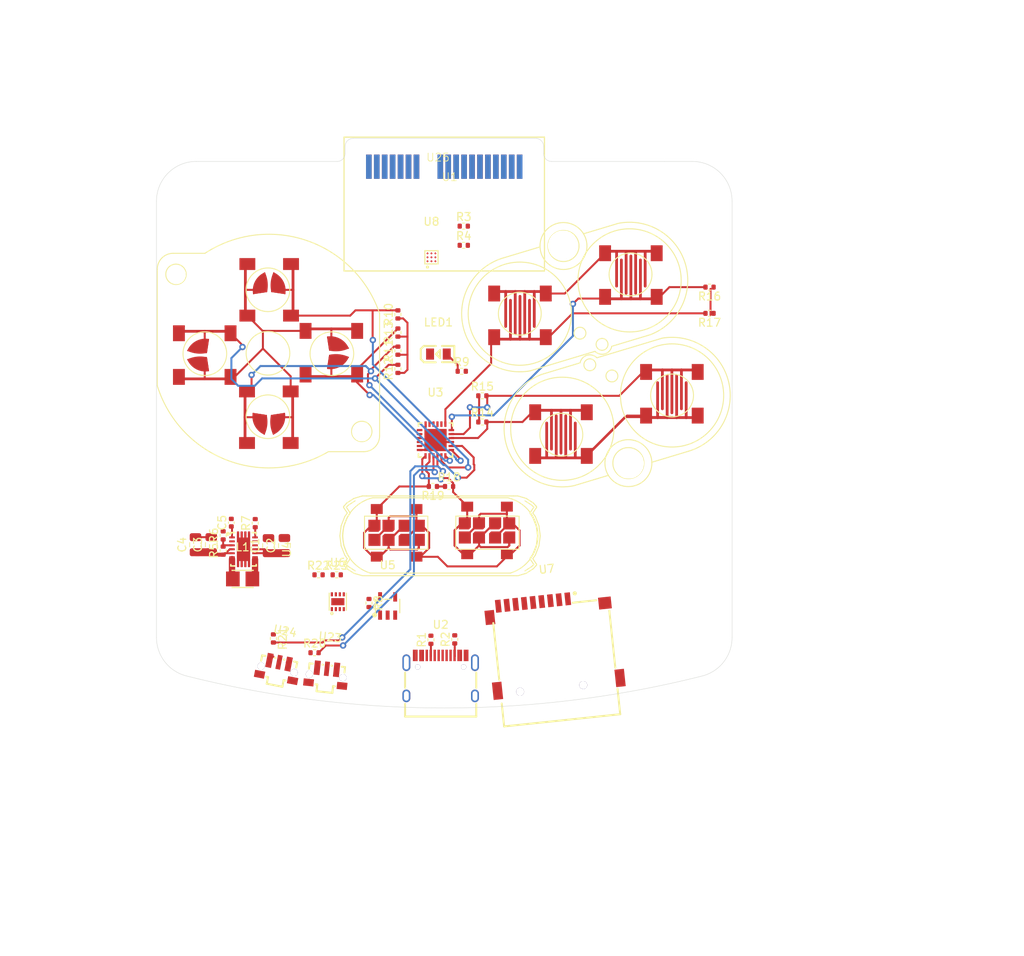
<source format=kicad_pcb>
(kicad_pcb (version 20221018) (generator pcbnew)
  (layers (0 "F.Cu" signal) (31 "B.Cu" signal) (34 "B.Paste" user) (35 "F.Paste" user) (36 "B.SilkS" user "B.Silkscreen") (37 "F.SilkS" user "F.Silkscreen") (38 "B.Mask" user) (39 "F.Mask" user) (44 "Edge.Cuts" user))
  (net 0 "")
  (net 1 "vina")
  (net 2 "box-gnd")
  (net 3 "out")
  (net 4 "box-vcc-1")
  (net 5 "box-vcc-2")
  (net 6 "pg")
  (net 7 "l2")
  (net 8 "l1")
  (net 9 "p1_0")
  (net 10 "p1_1")
  (net 11 "p1_2")
  (net 12 "p1_3")
  (net 13 "p0_0")
  (net 14 "p0_1")
  (net 15 "p0_2")
  (net 16 "p0_3")
  (net 17 "p0_4")
  (net 18 "p0_5")
  (net 19 "p0_6")
  (net 20 "p0_7")
  (net 21 "p1_4")
  (net 22 "p1_5")
  (net 23 "p1_6")
  (net 24 "p1_7")
  (net 25 "ad0")
  (net 26 "scl")
  (net 27 "sda")
  (net 28 "box-vcc")
  (net 29 "intn")
  (net 30 "rstn")
  (net 31 "ad1")
  (net 32 "box-vcc-3")
  (net 33 "sbu2")
  (net 34 "cc1")
  (net 35 "dm")
  (net 36 "dp")
  (net 37 "sbu1")
  (net 38 "cc2")
  (net 39 "box.vol_up.btn.btn-_4")
  (net 40 "box.vol_down.btn.btn-_4")
  (net 41 "box.mcp73831-gnd")
  (net 42 "prog")
  (net 43 "dat2")
  (net 44 "cs")
  (net 45 "mosi")
  (net 46 "sck")
  (net 47 "miso")
  (net 48 "dat1")
  (net 49 "net")
  (net 50 "box.uSD.card-ep")
  (net 51 "cathode")
  (net 52 "battery_measurement")
  (net 53 "ctg")
  (net 54 "qstrt")
  (net 55 "box.max17048-ep")
  (net 56 "io9")
  (net 57 "io42")
  (net 58 "io39")
  (net 59 "io38")
  (net 60 "io43")
  (net 61 "io44")
  (net 62 "io21")
  (footprint "lib:GAMEBOY_COLOR_DPAD_MEMBRANE" (layer "F.Cu") (at 113.253651 82.092871)
    (fp_text reference "U9" hide)
    (fp_text value "" hide)
  )
  (footprint "lib:GBC_A_B_BUTTON" (layer "F.Cu") (at 145.000695 77.408068 180)
    (fp_text reference "U19" hide)
    (fp_text value "" hide)
  )
  (footprint "lib:R0402" (layer "F.Cu") (at 125.984 113.663 -90)
    (fp_text reference "R8")
    (fp_text value "62.5mW Thick Film Resistors 50V ±100ppm/℃ ±1% 2kΩ 0402  Chip Resistor - Surface Mount ROHS")
  )
  (footprint "lib:R0402" (layer "F.Cu") (at 129.624 77.292 90)
    (fp_text reference "R10")
    (fp_text value "62.5mW Thick Film Resistors 50V ±100ppm/℃ ±1% 10kΩ 0402  Chip Resistor - Surface Mount ROHS")
  )
  (footprint "lib:R0402" (layer "F.Cu") (at 168.876695 73.852068 180)
    (fp_text reference "R16")
    (fp_text value "62.5mW Thick Film Resistors 50V ±100ppm/℃ ±1% 10kΩ 0402  Chip Resistor - Surface Mount ROHS")
  )
  (footprint "lib:R0402" (layer "F.Cu") (at 140.26 87.547)
    (fp_text reference "R15")
    (fp_text value "62.5mW Thick Film Resistors 50V ±100ppm/℃ ±1% 10kΩ 0402  Chip Resistor - Surface Mount ROHS")
  )
  (footprint "lib:SOT-23-5_L3.0-W1.7-P0.95-LS2.8-BL" (layer "F.Cu") (at 128.331 114.039)
    (fp_text reference "U5")
    (fp_text value "")
  )
  (footprint "lib:C0805" (layer "F.Cu") (at 104.128839 106.316379 90)
    (fp_text reference "C4")
    (fp_text value "25V 10uF X5R ±10% 0805  Multilayer Ceramic Capacitors MLCC - SMD/SMT ROHS")
  )
  (footprint "lib:GBC_A_B_BUTTON" (layer "F.Cu") (at 164.136 87.293)
    (fp_text reference "U16" hide)
    (fp_text value "" hide)
  )
  (footprint "lib:BOX_3_EMU" (layer "F.Cu") (at 134.672901 58.01209)
    (fp_text reference "U25")
    (fp_text value "")
    (fp_line (start -30.457813 0) (end -12.7 0) (stroke (width 0.05)) (layer "Edge.Cuts"))
    (fp_line (start -11.699432 -0.999959) (end -11.699432 -1.9) (stroke (width 0.05)) (layer "Edge.Cuts"))
    (fp_line (start 12.42304 -2.9) (end -10.699432 -2.9) (stroke (width 0.05)) (layer "Edge.Cuts"))
    (fp_line (start 13.300568 -1.00525) (end 13.300568 -1.9022) (stroke (width 0.05)) (layer "Edge.Cuts"))
    (fp_line (start 14.300516 0) (end 28.505948 0) (stroke (width 0.05)) (layer "Edge.Cuts"))
    (fp_line (start 32.04209 0.00015) (end 28.5061 0.00015) (stroke (width 0.05)) (layer "Edge.Cuts"))
    (fp_arc (start -35.457901 4.99991) (mid -33.99347 1.464354) (end -30.457932 -0.000118) (stroke (width 0.05)) (layer "Edge.Cuts"))
    (fp_arc (start -11.699433 -1.899999) (mid -11.406519 -2.607084) (end -10.699432 -2.9) (stroke (width 0.05)) (layer "Edge.Cuts"))
    (fp_arc (start -11.699432 -0.999959) (mid -11.992521 -0.292658) (end -12.7 0) (stroke (width 0.05)) (layer "Edge.Cuts"))
    (fp_arc (start 12.423039 -2.899999) (mid 13.051515 -2.567934) (end 13.300568 -1.9022) (stroke (width 0.05)) (layer "Edge.Cuts"))
    (fp_arc (start 14.300516 0) (mid 13.59161 -0.294782) (end 13.300568 -1.00525) (stroke (width 0.05)) (layer "Edge.Cuts"))
    (fp_arc (start 32.04209 0.000149) (mid 35.577646 1.464606) (end 37.0421 5.000141) (stroke (width 0.05)) (layer "Edge.Cuts"))
  )
  (footprint "lib:BOX_EMU_BASE" (layer "F.Cu") (at 136.155 60.475)
    (fp_text reference "U1")
    (fp_text value "")
    (fp_line (start -36.94 2.539769) (end -36.94 57.529759) (stroke (width 0.05)) (layer "Edge.Cuts"))
    (fp_line (start 35.56 57.537278) (end 35.56 2.54) (stroke (width 0.05)) (layer "Edge.Cuts"))
    (fp_arc (start -33.163661 62.377719) (mid -35.884512 60.602359) (end -36.94 57.529759) (stroke (width 0.05)) (layer "Edge.Cuts"))
    (fp_arc (start 31.856609 62.368841) (mid -0.652974 66.414981) (end -33.16366 62.377719) (stroke (width 0.05)) (layer "Edge.Cuts"))
    (fp_arc (start 35.56 57.537278) (mid 34.528359 60.58163) (end 31.856609 62.368841) (stroke (width 0.05)) (layer "Edge.Cuts"))
  )
  (footprint "lib:GBC_A_B_BUTTON" (layer "F.Cu") (at 158.970695 72.328068 180)
    (fp_text reference "U18" hide)
    (fp_text value "" hide)
  )
  (footprint "lib:C0805" (layer "F.Cu") (at 115.327903 106.421277 90)
    (fp_text reference "C2")
    (fp_text value "25V 10uF X5R ±10% 0805  Multilayer Ceramic Capacitors MLCC - SMD/SMT ROHS")
  )
  (footprint "lib:R0402" (layer "F.Cu") (at 136.068 98.974)
    (fp_text reference "R18")
    (fp_text value "62.5mW Thick Film Resistors 50V ±100ppm/℃ ±1% 10kΩ 0402  Chip Resistor - Surface Mount ROHS")
  )
  (footprint "lib:R0402" (layer "F.Cu") (at 136.783795 118.24603 90)
    (fp_text reference "R2")
    (fp_text value "62.5mW Thick Film Resistors 50V ±100ppm/℃ ±1% 4.7kΩ 0402  Chip Resistor - Surface Mount ROHS")
  )
  (footprint "lib:R0402" (layer "F.Cu") (at 107.614857 107.059 90)
    (fp_text reference "R5")
    (fp_text value "62.5mW Thick Film Resistors 50V ±100ppm/℃ ±1% 243kΩ 0402  Chip Resistor - Surface Mount ROHS")
  )
  (footprint "lib:R0402" (layer "F.Cu") (at 107.614857 105.139847 90)
    (fp_text reference "R6")
    (fp_text value "62.5mW Thick Film Resistors 50V ±100ppm/℃ ±0.5% 27.4kΩ 0402  Chip Resistor - Surface Mount ROHS")
  )
  (footprint "lib:CONN_5-1734857-1_TEC" (layer "F.Cu") (at 135.462 58.67789 180)
    (fp_text reference "U26")
    (fp_text value "")
  )
  (footprint "lib:DSBGA-9_L1.5-W1.5-R3-C3-P0.50-BL" (layer "F.Cu") (at 133.85 70.096)
    (fp_text reference "U8")
    (fp_text value "")
  )
  (footprint "lib:R0402" (layer "F.Cu") (at 134.032 98.974 180)
    (fp_text reference "R19")
    (fp_text value "62.5mW Thick Film Resistors 50V ±100ppm/℃ ±1% 10kΩ 0402  Chip Resistor - Surface Mount ROHS")
  )
  (footprint "lib:R0402" (layer "F.Cu") (at 111.654202 103.598331 90)
    (fp_text reference "R7")
    (fp_text value "62.5mW Thick Film Resistors 50V ±100ppm/℃ ±1% 1MΩ 0402  Chip Resistor - Surface Mount ROHS")
  )
  (footprint "lib:R0402" (layer "F.Cu") (at 129.624 81.862 90)
    (fp_text reference "R11")
    (fp_text value "62.5mW Thick Film Resistors 50V ±100ppm/℃ ±1% 10kΩ 0402  Chip Resistor - Surface Mount ROHS")
  )
  (footprint "lib:GAMEBOY_COLOR_A_B_BUTTON_MEMBRANE" (layer "F.Cu") (at 151.967445 74.728352 180)
    (fp_text reference "U17" hide)
    (fp_text value "" hide)
  )
  (footprint "lib:VFQFPN-24_L4.0-W4.0-P0.50-BL-EP2.8" (layer "F.Cu") (at 134.354 93.123)
    (fp_text reference "U3")
    (fp_text value "")
  )
  (footprint "lib:R0402" (layer "F.Cu") (at 137.666 84.455)
    (fp_text reference "R9")
    (fp_text value "62.5mW Thick Film Resistors 50V ±100ppm/℃ ±1% 2.55kΩ 0402  Chip Resistor - Surface Mount ROHS")
  )
  (footprint "lib:R0402" (layer "F.Cu") (at 133.783149 118.293103 90)
    (fp_text reference "R1")
    (fp_text value "62.5mW Thick Film Resistors 50V ±100ppm/℃ ±1% 4.7kΩ 0402  Chip Resistor - Surface Mount ROHS")
  )
  (footprint "lib:R0402" (layer "F.Cu") (at 168.876695 77.154068 180)
    (fp_text reference "R17")
    (fp_text value "62.5mW Thick Film Resistors 50V ±100ppm/℃ ±1% 10kΩ 0402  Chip Resistor - Surface Mount ROHS")
  )
  (footprint "lib:GBC_DPAD_BUTTON" (layer "F.Cu") (at 121.242 82.118 180)
    (fp_text reference "U13" hide)
    (fp_text value "" hide)
  )
  (footprint "lib:GBC_START_SELECT_BUTTON" (layer "F.Cu") (at 129.462 104.816 90)
    (fp_text reference "U22" hide)
    (fp_text value "" hide)
  )
  (footprint "lib:LED0805-R-RD" (layer "F.Cu") (at 134.726 82.289)
    (fp_text reference "LED1")
    (fp_text value "")
  )
  (footprint "lib:GBC_DPAD_BUTTON" (layer "F.Cu") (at 105.292 82.416)
    (fp_text reference "U12" hide)
    (fp_text value "" hide)
  )
  (footprint "lib:R0402" (layer "F.Cu") (at 129.624 84.152 90)
    (fp_text reference "R12")
    (fp_text value "62.5mW Thick Film Resistors 50V ±100ppm/℃ ±1% 10kΩ 0402  Chip Resistor - Surface Mount ROHS")
  )
  (footprint "lib:R0402" (layer "F.Cu") (at 121.918 110.109)
    (fp_text reference "R23")
    (fp_text value "62.5mW Thick Film Resistors 50V ±100ppm/℃ ±1% 249Ω 0402  Chip Resistor - Surface Mount ROHS")
  )
  (footprint "lib:GAMEBOY_COLOR_START_SELECT_MEMBRANE" (layer "F.Cu") (at 134.6852 104.8339)
    (fp_text reference "U20" hide)
    (fp_text value "" hide)
  )
  (footprint "lib:C0805" (layer "F.Cu") (at 106.114719 106.307719 90)
    (fp_text reference "C3")
    (fp_text value "25V 10uF X5R ±10% 0805  Multilayer Ceramic Capacitors MLCC - SMD/SMT ROHS")
  )
  (footprint "lib:R0402" (layer "F.Cu") (at 113.94 118.127 -90)
    (fp_text reference "R21")
    (fp_text value "62.5mW Thick Film Resistors 50V ±100ppm/℃ ±1% 10kΩ 0402  Chip Resistor - Surface Mount ROHS")
  )
  (footprint "lib:GBC_START_SELECT_BUTTON" (layer "F.Cu") (at 140.852 104.514 90)
    (fp_text reference "U21" hide)
    (fp_text value "" hide)
  )
  (footprint "lib:IND-SMD_L2.5-W2.0_WPN252012H" (layer "F.Cu") (at 110.064939 110.625748)
    (fp_text reference "L1")
    (fp_text value "")
  )
  (footprint "lib:GBC_DPAD_BUTTON" (layer "F.Cu") (at 113.368 90.246 90)
    (fp_text reference "U11" hide)
    (fp_text value "" hide)
  )
  (footprint "lib:R0402" (layer "F.Cu") (at 137.92 68.58)
    (fp_text reference "R4")
    (fp_text value "62.5mW Thick Film Resistors 50V ±100ppm/℃ ±1% 10kΩ 0402  Chip Resistor - Surface Mount ROHS")
  )
  (footprint "lib:USB-C-SMD_TYPE-611-T3-W" (layer "F.Cu") (at 135.0102 122.8156)
    (fp_text reference "U2")
    (fp_text value "")
  )
  (footprint "lib:R0402" (layer "F.Cu") (at 129.624 79.578 90)
    (fp_text reference "R13")
    (fp_text value "62.5mW Thick Film Resistors 50V ±100ppm/℃ ±1% 10kΩ 0402  Chip Resistor - Surface Mount ROHS")
  )
  (footprint "lib:VSON-14_L4.0-W3.0-P0.50-BL-EP_TI_DSJ" (layer "F.Cu") (at 110.178721 106.890474 -90)
    (fp_text reference "U4")
    (fp_text value "")
  )
  (footprint "lib:GBC_A_B_BUTTON" (layer "F.Cu") (at 150.166 92.373)
    (fp_text reference "U15" hide)
    (fp_text value "" hide)
  )
  (footprint "lib:SW-SMD_E-SWITCH_TL3340" (layer "F.Cu") (at 120.579858 122.922873 -6)
    (fp_text reference "U23")
    (fp_text value "")
  )
  (footprint "lib:C0805" (layer "F.Cu") (at 113.324127 106.433119 90)
    (fp_text reference "C1")
    (fp_text value "25V 10uF X5R ±10% 0805  Multilayer Ceramic Capacitors MLCC - SMD/SMT ROHS")
  )
  (footprint "lib:R0402" (layer "F.Cu") (at 119.13 119.927)
    (fp_text reference "R20")
    (fp_text value "62.5mW Thick Film Resistors 50V ±100ppm/℃ ±1% 10kΩ 0402  Chip Resistor - Surface Mount ROHS")
  )
  (footprint "lib:SW-SMD_E-SWITCH_TL3340" (layer "F.Cu") (at 114.463453 122.089937 -11)
    (fp_text reference "U24")
    (fp_text value "")
  )
  (footprint "lib:R0402" (layer "F.Cu") (at 119.632 110.109)
    (fp_text reference "R22")
    (fp_text value "62.5mW Thick Film Resistors 50V ±100ppm/℃ ±1% 255Ω 0402  Chip Resistor - Surface Mount ROHS")
  )
  (footprint "lib:R0402" (layer "F.Cu") (at 140.26 90.849)
    (fp_text reference "R14")
    (fp_text value "62.5mW Thick Film Resistors 50V ±100ppm/℃ ±1% 10kΩ 0402  Chip Resistor - Surface Mount ROHS")
  )
  (footprint "lib:SIM-SMD_C9900007362" (layer "F.Cu") (at 149.336109 118.64331 6)
    (fp_text reference "U7")
    (fp_text value "")
  )
  (footprint "lib:GAMEBOY_COLOR_A_B_BUTTON_MEMBRANE" (layer "F.Cu") (at 157.16925 89.972716)
    (fp_text reference "U14" hide)
    (fp_text value "" hide)
  )
  (footprint "lib:R0402" (layer "F.Cu") (at 137.92 66.167)
    (fp_text reference "R3")
    (fp_text value "62.5mW Thick Film Resistors 50V ±100ppm/℃ ±1% 10kΩ 0402  Chip Resistor - Surface Mount ROHS")
  )
  (footprint "lib:DFN-8_L2.0-W2.0-P0.50-BL-EP" (layer "F.Cu") (at 122.059 113.497)
    (fp_text reference "U6")
    (fp_text value "")
  )
  (footprint "lib:C0402" (layer "F.Cu") (at 108.640406 103.538258 90)
    (fp_text reference "C5")
    (fp_text value "16V 100nF X7R ±10% 0402  Multilayer Ceramic Capacitors MLCC - SMD/SMT ROHS")
  )
  (footprint "lib:GBC_DPAD_BUTTON" (layer "F.Cu") (at 113.412 74.192 -90)
    (fp_text reference "U10" hide)
    (fp_text value "" hide)
  )
  (segment (start 108.728721 105.390474) (end 108.728721 104.106573) (width 0.25) (layer "F.Cu") (net 1))
  (segment (start 108.728721 104.106573) (end 108.640406 104.018258) (width 0.25) (layer "F.Cu") (net 1))
  (segment (start 133.114 91.123) (end 133.114 91.873) (width 0.25) (layer "F.Cu") (net 2))
  (segment (start 106.106059 105.366379) (end 106.114719 105.357719) (width 0.25) (layer "F.Cu") (net 2))
  (segment (start 104.128839 105.366379) (end 106.106059 105.366379) (width 0.25) (layer "F.Cu") (net 2))
  (segment (start 136.354 93.373) (end 134.614 93.373) (width 0.25) (layer "F.Cu") (net 2))
  (segment (start 169.00175 74.067284) (end 169.00175 77.369284) (width 0.25) (layer "F.Cu") (net 2))
  (segment (start 129.624 82.372) (end 130.825 82.372) (width 0.25) (layer "F.Cu") (net 2))
  (segment (start 129.624 80.088) (end 130.811 80.088) (width 0.25) (layer "F.Cu") (net 2))
  (segment (start 139.85675 90.787284) (end 139.85675 87.485284) (width 0.25) (layer "F.Cu") (net 2))
  (segment (start 130.285 77.802) (end 130.83 78.347) (width 0.25) (layer "F.Cu") (net 2))
  (segment (start 132.354 94.373) (end 133.114 94.373) (width 0.25) (layer "F.Cu") (net 2))
  (segment (start 133.114 94.373) (end 134.364 93.123) (width 0.25) (layer "F.Cu") (net 2))
  (segment (start 130.425 84.662) (end 129.624 84.662) (width 0.25) (layer "F.Cu") (net 2))
  (segment (start 130.83 80.107) (end 130.83 82.377) (width 0.25) (layer "F.Cu") (net 2))
  (segment (start 134.614 93.373) (end 134.364 93.123) (width 0.25) (layer "F.Cu") (net 2))
  (segment (start 133.114 91.873) (end 134.364 93.123) (width 0.25) (layer "F.Cu") (net 2))
  (segment (start 130.811 80.088) (end 130.83 80.107) (width 0.25) (layer "F.Cu") (net 2))
  (segment (start 130.83 82.377) (end 130.83 84.257) (width 0.25) (layer "F.Cu") (net 2))
  (segment (start 130.825 82.372) (end 130.83 82.377) (width 0.25) (layer "F.Cu") (net 2))
  (segment (start 129.624 77.802) (end 130.285 77.802) (width 0.25) (layer "F.Cu") (net 2))
  (segment (start 135.558 98.974) (end 134.542 98.974) (width 0.25) (layer "F.Cu") (net 2))
  (segment (start 130.83 78.347) (end 130.83 80.107) (width 0.25) (layer "F.Cu") (net 2))
  (segment (start 130.83 84.257) (end 130.425 84.662) (width 0.25) (layer "F.Cu") (net 2))
  (segment (start 107.614857 105.649847) (end 107.614857 106.549) (width 0.25) (layer "F.Cu") (net 3))
  (segment (start 107.773383 106.390474) (end 108.728721 106.390474) (width 0.25) (layer "F.Cu") (net 3))
  (segment (start 107.614857 106.549) (end 107.773383 106.390474) (width 0.25) (layer "F.Cu") (net 3))
  (segment (start 106.106059 107.266379) (end 106.114719 107.257719) (width 0.25) (layer "F.Cu") (net 4))
  (segment (start 108.728721 106.890474) (end 108.438431 106.890474) (width 0.25) (layer "F.Cu") (net 4))
  (segment (start 108.438431 106.890474) (end 107.759905 107.569) (width 0.25) (layer "F.Cu") (net 4))
  (segment (start 107.793383 107.390474) (end 108.728721 107.390474) (width 0.25) (layer "F.Cu") (net 4))
  (segment (start 107.614857 107.569) (end 107.793383 107.390474) (width 0.25) (layer "F.Cu") (net 4))
  (segment (start 107.614857 107.569) (end 106.426 107.569) (width 0.5) (layer "F.Cu") (net 4))
  (segment (start 107.759905 107.569) (end 107.614857 107.569) (width 0.25) (layer "F.Cu") (net 4))
  (segment (start 104.128839 107.266379) (end 106.106059 107.266379) (width 1) (layer "F.Cu") (net 4))
  (segment (start 106.426 107.569) (end 106.114719 107.257719) (width 0.25) (layer "F.Cu") (net 4))
  (segment (start 115.308706 107.390474) (end 115.327903 107.371277) (width 0.25) (layer "F.Cu") (net 5))
  (segment (start 113.324127 107.383119) (end 115.316061 107.383119) (width 1) (layer "F.Cu") (net 5))
  (segment (start 111.628721 106.890474) (end 112.831482 106.890474) (width 0.25) (layer "F.Cu") (net 5))
  (segment (start 112.831482 106.890474) (end 113.324127 107.383119) (width 0.25) (layer "F.Cu") (net 5))
  (segment (start 115.316061 107.383119) (end 115.327903 107.371277) (width 0.25) (layer "F.Cu") (net 5))
  (segment (start 113.324127 107.383119) (end 111.636076 107.383119) (width 0.25) (layer "F.Cu") (net 5))
  (segment (start 111.636076 107.383119) (end 111.628721 107.390474) (width 0.25) (layer "F.Cu") (net 5))
  (segment (start 111.654202 104.108331) (end 111.654202 105.364993) (width 0.25) (layer "F.Cu") (net 6))
  (segment (start 111.654202 105.364993) (end 111.628721 105.390474) (width 0.25) (layer "F.Cu") (net 6))
  (segment (start 108.728721 108.125474) (end 108.728721 110.51953) (width 0.8) (layer "F.Cu") (net 7))
  (segment (start 108.728721 110.51953) (end 108.834939 110.625748) (width 0.25) (layer "F.Cu") (net 7))
  (segment (start 111.628721 108.175474) (end 111.628721 110.291966) (width 0.8) (layer "F.Cu") (net 8))
  (segment (start 111.628721 110.291966) (end 111.294939 110.625748) (width 0.25) (layer "F.Cu") (net 8))
  (segment (start 136.578 98.974) (end 136.578 99.682224) (width 0.25) (layer "F.Cu") (net 9))
  (segment (start 135.191708 97.917) (end 135.041528 98.06718) (width 0.25) (layer "F.Cu") (net 9))
  (segment (start 133.104 95.123) (end 132.69519 95.53181) (width 0.25) (layer "F.Cu") (net 9))
  (segment (start 135.95 97.917) (end 135.191708 97.917) (width 0.25) (layer "F.Cu") (net 9))
  (segment (start 136.578 98.974) (end 136.578 98.545) (width 0.25) (layer "F.Cu") (net 9))
  (segment (start 132.69519 95.53181) (end 132.69519 97.662) (width 0.25) (layer "F.Cu") (net 9))
  (segment (start 136.578 98.545) (end 135.95 97.917) (width 0.25) (layer "F.Cu") (net 9))
  (segment (start 136.578 99.682224) (end 138.380888 101.485112) (width 0.25) (layer "F.Cu") (net 9))
  (via (at 132.69519 97.662) (size 0.8) (drill 0.4) (layers "F.Cu" "B.Cu") (net 9))
  (via (at 135.041528 98.06718) (size 0.8) (drill 0.4) (layers "F.Cu" "B.Cu") (net 9))
  (segment (start 134.914647 97.940299) (end 135.041528 98.06718) (width 0.25) (layer "B.Cu") (net 9))
  (segment (start 132.973489 97.940299) (end 134.914647 97.940299) (width 0.25) (layer "B.Cu") (net 9))
  (segment (start 132.69519 97.662) (end 132.973489 97.940299) (width 0.25) (layer "B.Cu") (net 9))
  (segment (start 133.604 95.853) (end 133.604 95.123) (width 0.25) (layer "F.Cu") (net 10))
  (segment (start 133.522 98.974) (end 129.804 98.974) (width 0.25) (layer "F.Cu") (net 10))
  (segment (start 133.195 97.038016) (end 133.195 96.262) (width 0.25) (layer "F.Cu") (net 10))
  (segment (start 133.522 98.974) (end 133.522 97.365016) (width 0.25) (layer "F.Cu") (net 10))
  (segment (start 129.804 98.974) (end 126.962 101.816) (width 0.25) (layer "F.Cu") (net 10))
  (segment (start 133.195 96.262) (end 133.604 95.853) (width 0.25) (layer "F.Cu") (net 10))
  (segment (start 133.522 97.365016) (end 133.195 97.038016) (width 0.25) (layer "F.Cu") (net 10))
  (segment (start 120.55 119.017) (end 122.72 119.017) (width 0.25) (layer "F.Cu") (net 11))
  (segment (start 134.104 95.123) (end 134.104 97.004334) (width 0.25) (layer "F.Cu") (net 11))
  (segment (start 119.459034 120.107966) (end 119.64 119.927) (width 0.25) (layer "F.Cu") (net 11))
  (segment (start 134.104 97.004334) (end 134.264965 97.165299) (width 0.25) (layer "F.Cu") (net 11))
  (segment (start 119.64 119.927) (end 120.55 119.017) (width 0.25) (layer "F.Cu") (net 11))
  (via (at 122.72 119.017) (size 0.8) (drill 0.4) (layers "F.Cu" "B.Cu") (net 11))
  (via (at 134.264965 97.165299) (size 0.8) (drill 0.4) (layers "F.Cu" "B.Cu") (net 11))
  (segment (start 122.72 119.017) (end 131.64 110.097) (width 0.25) (layer "B.Cu") (net 11))
  (segment (start 131.64 97.593396) (end 132.346396 96.887) (width 0.25) (layer "B.Cu") (net 11))
  (segment (start 133.986666 96.887) (end 134.264965 97.165299) (width 0.25) (layer "B.Cu") (net 11))
  (segment (start 131.64 110.097) (end 131.64 97.593396) (width 0.25) (layer "B.Cu") (net 11))
  (segment (start 132.346396 96.887) (end 133.986666 96.887) (width 0.25) (layer "B.Cu") (net 11))
  (segment (start 120.4 118.377) (end 122.23 118.377) (width 0.25) (layer "F.Cu") (net 12))
  (segment (start 134.604 96.361) (end 134.604 95.123) (width 0.25) (layer "F.Cu") (net 12))
  (segment (start 120.14 118.637) (end 120.4 118.377) (width 0.25) (layer "F.Cu") (net 12))
  (segment (start 122.23 118.377) (end 122.61 117.997) (width 0.25) (layer "F.Cu") (net 12))
  (segment (start 135.29 97.047) (end 134.604 96.361) (width 0.25) (layer "F.Cu") (net 12))
  (segment (start 113.443044 120.893247) (end 113.94 120.396291) (width 0.25) (layer "F.Cu") (net 12))
  (segment (start 113.94 118.637) (end 120.14 118.637) (width 0.25) (layer "F.Cu") (net 12))
  (via (at 122.61 117.997) (size 0.8) (drill 0.4) (layers "F.Cu" "B.Cu") (net 12))
  (via (at 135.29 97.047) (size 0.8) (drill 0.4) (layers "F.Cu" "B.Cu") (net 12))
  (segment (start 131.78 96.457) (end 131.78 96.437) (width 0.25) (layer "B.Cu") (net 12))
  (segment (start 131.19 97.047) (end 131.78 96.457) (width 0.25) (layer "B.Cu") (net 12))
  (segment (start 122.61 117.997) (end 131.19 109.417) (width 0.25) (layer "B.Cu") (net 12))
  (segment (start 131.78 96.437) (end 134.68 96.437) (width 0.25) (layer "B.Cu") (net 12))
  (segment (start 134.68 96.437) (end 135.29 97.047) (width 0.25) (layer "B.Cu") (net 12))
  (segment (start 131.19 109.417) (end 131.19 97.047) (width 0.25) (layer "B.Cu") (net 12))
  (segment (start 126.44 76.777) (end 126.44 80.487) (width 0.25) (layer "F.Cu") (net 13))
  (segment (start 116.162 77.442) (end 123.615 77.442) (width 0.25) (layer "F.Cu") (net 13))
  (segment (start 135.104 95.764984) (end 135.916016 96.577) (width 0.25) (layer "F.Cu") (net 13))
  (segment (start 135.916016 96.577) (end 138.47 96.577) (width 0.25) (layer "F.Cu") (net 13))
  (segment (start 129.619 76.777) (end 129.624 76.782) (width 0.25) (layer "F.Cu") (net 13))
  (segment (start 123.615 77.442) (end 124.28 76.777) (width 0.25) (layer "F.Cu") (net 13))
  (segment (start 126.44 80.487) (end 126.47 80.517) (width 0.25) (layer "F.Cu") (net 13))
  (segment (start 135.104 95.123) (end 135.104 95.764984) (width 0.25) (layer "F.Cu") (net 13))
  (segment (start 126.44 76.777) (end 129.619 76.777) (width 0.25) (layer "F.Cu") (net 13))
  (segment (start 124.28 76.777) (end 126.44 76.777) (width 0.25) (layer "F.Cu") (net 13))
  (via (at 126.47 80.517) (size 0.8) (drill 0.4) (layers "F.Cu" "B.Cu") (net 13))
  (via (at 138.47 96.577) (size 0.8) (drill 0.4) (layers "F.Cu" "B.Cu") (net 13))
  (segment (start 126.47 83.587) (end 137.26 94.377) (width 0.25) (layer "B.Cu") (net 13))
  (segment (start 126.47 80.517) (end 126.47 83.587) (width 0.25) (layer "B.Cu") (net 13))
  (segment (start 137.26 94.377) (end 138.47 95.587) (width 0.25) (layer "B.Cu") (net 13))
  (segment (start 138.47 95.587) (end 138.47 96.577) (width 0.25) (layer "B.Cu") (net 13))
  (segment (start 126.2307 84.2463) (end 126.2307 84.443716) (width 0.25) (layer "F.Cu") (net 14))
  (segment (start 125.85 84.824416) (end 126.2307 84.443716) (width 0.25) (layer "F.Cu") (net 14))
  (segment (start 136.155659 95.674659) (end 136.155659 95.720647) (width 0.25) (layer "F.Cu") (net 14))
  (segment (start 135.604 95.123) (end 136.155659 95.674659) (width 0.25) (layer "F.Cu") (net 14))
  (segment (start 111.19 86.424) (end 110.618 86.996) (width 0.25) (layer "F.Cu") (net 14))
  (segment (start 129.624 81.352) (end 129.125 81.352) (width 0.25) (layer "F.Cu") (net 14))
  (segment (start 125.85 86.017) (end 125.85 84.824416) (width 0.25) (layer "F.Cu") (net 14))
  (segment (start 126.04 86.207) (end 125.85 86.017) (width 0.25) (layer "F.Cu") (net 14))
  (segment (start 111.19 84.917) (end 111.19 86.424) (width 0.25) (layer "F.Cu") (net 14))
  (segment (start 129.125 81.352) (end 126.2307 84.2463) (width 0.25) (layer "F.Cu") (net 14))
  (via (at 126.04 86.207) (size 0.8) (drill 0.4) (layers "F.Cu" "B.Cu") (net 14))
  (via (at 136.155659 95.720647) (size 0.8) (drill 0.4) (layers "F.Cu" "B.Cu") (net 14))
  (via (at 111.19 84.917) (size 0.8) (drill 0.4) (layers "F.Cu" "B.Cu") (net 14))
  (via (at 126.2307 84.443716) (size 0.8) (drill 0.4) (layers "F.Cu" "B.Cu") (net 14))
  (segment (start 126.04 86.207) (end 135.553647 95.720647) (width 0.25) (layer "B.Cu") (net 14))
  (segment (start 135.553647 95.720647) (end 136.155659 95.720647) (width 0.25) (layer "B.Cu") (net 14))
  (segment (start 125.583984 83.797) (end 126.2307 84.443716) (width 0.25) (layer "B.Cu") (net 14))
  (segment (start 112.31 83.797) (end 125.583984 83.797) (width 0.25) (layer "B.Cu") (net 14))
  (segment (start 111.19 84.917) (end 112.31 83.797) (width 0.25) (layer "B.Cu") (net 14))
  (segment (start 129.624 83.642) (end 128.464116 83.642) (width 0.25) (layer "F.Cu") (net 15))
  (segment (start 136.354 94.373) (end 137.511992 95.530992) (width 0.25) (layer "F.Cu") (net 15))
  (segment (start 128.464116 83.642) (end 126.749543 85.356573) (width 0.25) (layer "F.Cu") (net 15))
  (segment (start 137.511992 95.530992) (end 137.511992 95.725008) (width 0.25) (layer "F.Cu") (net 15))
  (segment (start 110.05 81.174) (end 108.542 79.666) (width 0.25) (layer "F.Cu") (net 15))
  (segment (start 110.05 81.397) (end 110.05 81.174) (width 0.25) (layer "F.Cu") (net 15))
  (via (at 110.05 81.397) (size 0.8) (drill 0.4) (layers "F.Cu" "B.Cu") (net 15))
  (via (at 126.749543 85.356573) (size 0.8) (drill 0.4) (layers "F.Cu" "B.Cu") (net 15))
  (via (at 137.511992 95.725008) (size 0.8) (drill 0.4) (layers "F.Cu" "B.Cu") (net 15))
  (segment (start 110.05 81.397) (end 108.65 82.797) (width 0.25) (layer "B.Cu") (net 15))
  (segment (start 111.59 86.287) (end 112.520427 85.356573) (width 0.25) (layer "B.Cu") (net 15))
  (segment (start 109.51 86.287) (end 111.59 86.287) (width 0.25) (layer "B.Cu") (net 15))
  (segment (start 136.930659 95.399631) (end 136.930659 95.537689) (width 0.25) (layer "B.Cu") (net 15))
  (segment (start 108.65 85.427) (end 109.51 86.287) (width 0.25) (layer "B.Cu") (net 15))
  (segment (start 137.117978 95.725008) (end 137.511992 95.725008) (width 0.25) (layer "B.Cu") (net 15))
  (segment (start 136.476675 94.945647) (end 136.930659 95.399631) (width 0.25) (layer "B.Cu") (net 15))
  (segment (start 126.749543 85.356573) (end 136.338617 94.945647) (width 0.25) (layer "B.Cu") (net 15))
  (segment (start 112.520427 85.356573) (end 126.749543 85.356573) (width 0.25) (layer "B.Cu") (net 15))
  (segment (start 136.930659 95.537689) (end 137.117978 95.725008) (width 0.25) (layer "B.Cu") (net 15))
  (segment (start 136.338617 94.945647) (end 136.476675 94.945647) (width 0.25) (layer "B.Cu") (net 15))
  (segment (start 108.65 82.797) (end 108.65 85.427) (width 0.25) (layer "B.Cu") (net 15))
  (segment (start 129.624 79.068) (end 124.492 84.2) (width 0.25) (layer "F.Cu") (net 16))
  (segment (start 139.17 96.180984) (end 139.245 96.255984) (width 0.25) (layer "F.Cu") (net 16))
  (segment (start 139.245 96.898016) (end 138.28275 97.860266) (width 0.25) (layer "F.Cu") (net 16))
  (segment (start 138.28275 97.860266) (end 137.178183 97.860266) (width 0.25) (layer "F.Cu") (net 16))
  (segment (start 137.716 93.873) (end 139.17 95.327) (width 0.25) (layer "F.Cu") (net 16))
  (segment (start 124.492 84.2) (end 124.492 84.868) (width 0.25) (layer "F.Cu") (net 16))
  (segment (start 139.245 96.255984) (end 139.245 96.898016) (width 0.25) (layer "F.Cu") (net 16))
  (segment (start 126.07 87.447) (end 124.492 85.869) (width 0.25) (layer "F.Cu") (net 16))
  (segment (start 136.354 93.873) (end 137.716 93.873) (width 0.25) (layer "F.Cu") (net 16))
  (segment (start 139.17 95.327) (end 139.17 96.180984) (width 0.25) (layer "F.Cu") (net 16))
  (segment (start 124.492 85.869) (end 124.492 84.868) (width 0.25) (layer "F.Cu") (net 16))
  (via (at 126.07 87.447) (size 0.8) (drill 0.4) (layers "F.Cu" "B.Cu") (net 16))
  (via (at 137.178183 97.860266) (size 0.8) (drill 0.4) (layers "F.Cu" "B.Cu") (net 16))
  (segment (start 126.07 87.447) (end 126.536396 87.447) (width 0.25) (layer "B.Cu") (net 16))
  (segment (start 135.589917 96.272) (end 137.178183 97.860266) (width 0.25) (layer "B.Cu") (net 16))
  (segment (start 135.361396 96.272) (end 135.589917 96.272) (width 0.25) (layer "B.Cu") (net 16))
  (segment (start 126.536396 87.447) (end 135.361396 96.272) (width 0.25) (layer "B.Cu") (net 16))
  (segment (start 140.87675 91.71025) (end 139.72 92.867) (width 0.25) (layer "F.Cu") (net 17))
  (segment (start 136.36 92.867) (end 136.354 92.873) (width 0.25) (layer "F.Cu") (net 17))
  (segment (start 145.315 90.849) (end 146.541 89.623) (width 0.25) (layer "F.Cu") (net 17))
  (segment (start 139.72 92.867) (end 136.36 92.867) (width 0.25) (layer "F.Cu") (net 17))
  (segment (start 140.87675 90.787284) (end 140.87675 91.71025) (width 0.25) (layer "F.Cu") (net 17))
  (segment (start 140.77 90.849) (end 145.315 90.849) (width 0.25) (layer "F.Cu") (net 17))
  (segment (start 138.7 88.997) (end 138.7 91.577) (width 0.25) (layer "F.Cu") (net 18))
  (segment (start 140.77 87.547) (end 157.507 87.547) (width 0.25) (layer "F.Cu") (net 18))
  (segment (start 140.87675 87.485284) (end 140.87675 89.00375) (width 0.25) (layer "F.Cu") (net 18))
  (segment (start 140.87675 89.00375) (end 140.88 89.007) (width 0.25) (layer "F.Cu") (net 18))
  (segment (start 157.507 87.547) (end 160.511 84.543) (width 0.25) (layer "F.Cu") (net 18))
  (segment (start 137.904 92.373) (end 136.354 92.373) (width 0.25) (layer "F.Cu") (net 18))
  (segment (start 138.7 91.577) (end 137.904 92.373) (width 0.25) (layer "F.Cu") (net 18))
  (via (at 140.88 89.007) (size 0.8) (drill 0.4) (layers "F.Cu" "B.Cu") (net 18))
  (via (at 138.7 88.997) (size 0.8) (drill 0.4) (layers "F.Cu" "B.Cu") (net 18))
  (segment (start 140.88 89.007) (end 138.71 89.007) (width 0.25) (layer "B.Cu") (net 18))
  (segment (start 138.71 89.007) (end 138.7 88.997) (width 0.25) (layer "B.Cu") (net 18))
  (segment (start 136.42 90.187) (end 136.42 91.807) (width 0.25) (layer "F.Cu") (net 19))
  (segment (start 152.343716 75.293284) (end 151.67 75.967) (width 0.25) (layer "F.Cu") (net 19))
  (segment (start 136.42 91.807) (end 136.354 91.873) (width 0.25) (layer "F.Cu") (net 19))
  (segment (start 155.33575 75.293284) (end 152.343716 75.293284) (width 0.25) (layer "F.Cu") (net 19))
  (segment (start 168.366695 73.852068) (end 163.821695 73.852068) (width 0.25) (layer "F.Cu") (net 19))
  (segment (start 163.821695 73.852068) (end 162.595695 75.078068) (width 0.25) (layer "F.Cu") (net 19))
  (via (at 136.42 90.187) (size 0.8) (drill 0.4) (layers "F.Cu" "B.Cu") (net 19))
  (via (at 151.67 75.967) (size 0.8) (drill 0.4) (layers "F.Cu" "B.Cu") (net 19))
  (segment (start 136.59 90.017) (end 136.42 90.187) (width 0.25) (layer "B.Cu") (net 19))
  (segment (start 151.67 75.967) (end 151.67 80.007) (width 0.25) (layer "B.Cu") (net 19))
  (segment (start 151.67 80.007) (end 141.66 90.017) (width 0.25) (layer "B.Cu") (net 19))
  (segment (start 141.66 90.017) (end 136.59 90.017) (width 0.25) (layer "B.Cu") (net 19))
  (segment (start 141.36575 80.373284) (end 141.36575 83.48125) (width 0.25) (layer "F.Cu") (net 20))
  (segment (start 151.629695 77.154068) (end 148.625695 80.158068) (width 0.25) (layer "F.Cu") (net 20))
  (segment (start 168.366695 77.154068) (end 151.629695 77.154068) (width 0.25) (layer "F.Cu") (net 20))
  (segment (start 141.36575 83.48125) (end 135.604 89.243) (width 0.25) (layer "F.Cu") (net 20))
  (segment (start 135.604 89.243) (end 135.604 91.123) (width 0.25) (layer "F.Cu") (net 20))
  (segment (start 148.250695 74.658068) (end 150.640695 74.658068) (width 0.25) (layer "F.Cu") (net 28))
  (segment (start 153.52275 95.061284) (end 153.52275 94.91425) (width 0.25) (layer "F.Cu") (net 28))
  (segment (start 116.118 86.996) (end 116.118 85.095) (width 0.25) (layer "F.Cu") (net 28))
  (segment (start 115.623152 121.127942) (end 115.857847 121.362637) (width 0.25) (layer "F.Cu") (net 28))
  (segment (start 112.652 79.368) (end 112.62 79.4) (width 0.25) (layer "F.Cu") (net 28))
  (segment (start 153.52275 94.91425) (end 158.205716 90.231284) (width 0.25) (layer "F.Cu") (net 28))
  (segment (start 150.640695 74.658068) (end 155.720695 69.578068) (width 0.25) (layer "F.Cu") (net 28))
  (segment (start 132 107.837) (end 134.65 107.837) (width 0.25) (layer "F.Cu") (net 28))
  (segment (start 112.62 81.597) (end 112.62 79.4) (width 0.25) (layer "F.Cu") (net 28))
  (segment (start 134.65 107.837) (end 135.86 109.047) (width 0.25) (layer "F.Cu") (net 28))
  (segment (start 142.09 109.047) (end 143.47 107.667) (width 0.25) (layer "F.Cu") (net 28))
  (segment (start 135.86 109.047) (end 142.09 109.047) (width 0.25) (layer "F.Cu") (net 28))
  (segment (start 158.496 90.043) (end 153.416 95.123) (width 0.25) (layer "F.Cu") (net 28))
  (segment (start 121.776988 121.948242) (end 121.905558 122.076812) (width 0.25) (layer "F.Cu") (net 28))
  (segment (start 116.118 85.095) (end 112.62 81.597) (width 0.25) (layer "F.Cu") (net 28))
  (segment (start 112.62 79.4) (end 110.662 77.442) (width 0.25) (layer "F.Cu") (net 28))
  (segment (start 158.205716 90.231284) (end 164.24275 90.231284) (width 0.25) (layer "F.Cu") (net 28))
  (segment (start 160.886 90.043) (end 158.496 90.043) (width 0.25) (layer "F.Cu") (net 28))
  (segment (start 108.542 85.166) (end 109.051 85.166) (width 0.25) (layer "F.Cu") (net 28))
  (segment (start 117.992 79.368) (end 112.652 79.368) (width 0.25) (layer "F.Cu") (net 28))
  (segment (start 109.051 85.166) (end 112.62 81.597) (width 0.25) (layer "F.Cu") (net 28))
  (segment (start 133.783149 118.803103) (end 133.783149 120.372651) (width 0.25) (layer "F.Cu") (net 34))
  (segment (start 133.783149 120.372651) (end 133.7602 120.3956) (width 0.25) (layer "F.Cu") (net 34))
  (segment (start 136.783795 120.372005) (end 136.7602 120.3956) (width 0.25) (layer "F.Cu") (net 38))
  (segment (start 136.783795 118.75603) (end 136.783795 120.372005) (width 0.25) (layer "F.Cu") (net 38))
  (segment (start 137.156 83.669) (end 137.156 84.455) (width 0.25) (layer "F.Cu") (net 51))
  (segment (start 135.776 82.289) (end 137.156 83.669) (width 0.25) (layer "F.Cu") (net 51))
)
</source>
